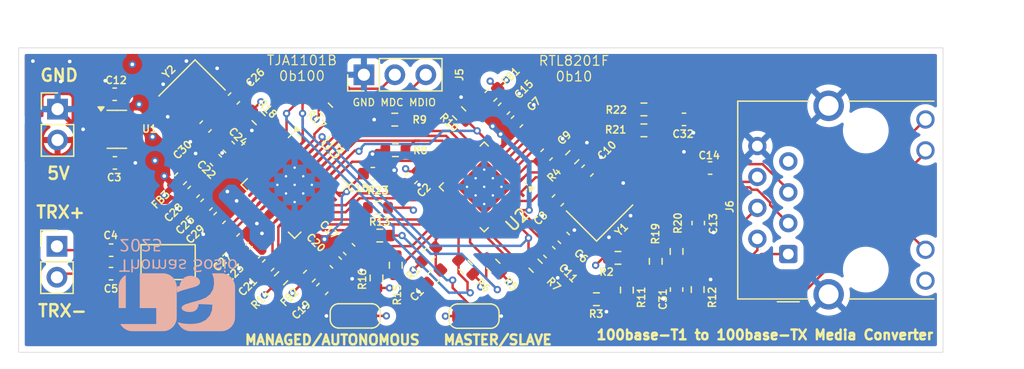
<source format=kicad_pcb>
(kicad_pcb (version 20241229) (generator "pcbnew") (generator_version "9.0")
  (layers (0 "F.Cu" signal) (4 "In1.Cu" signal) (6 "In2.Cu" signal) (2 "B.Cu" signal) (13 "F.Paste" user) (15 "B.Paste" user) (5 "F.SilkS" user "F.Silkscreen") (7 "B.SilkS" user "B.Silkscreen") (1 "F.Mask" user) (3 "B.Mask" user) (25 "Edge.Cuts" user))
  (net 0 "")
  (net 1 "GND")
  (net 2 "Net-(U2-PHYRSTB)")
  (net 3 "+3V3")
  (net 4 "+5V")
  (net 5 "Net-(C4-Pad2)")
  (net 6 "/TRX+")
  (net 7 "Net-(C5-Pad1)")
  (net 8 "/TRX-")
  (net 9 "VDDA")
  (net 10 "Net-(U2-CKXTAL1)")
  (net 11 "Net-(U2-AVDD10OUT)")
  (net 12 "Net-(U2-CKXTAL2)")
  (net 13 "Net-(U2-DVDD10OUT)")
  (net 14 "Net-(J6-TCT)")
  (net 15 "/TJA_VDDIO")
  (net 16 "Net-(U3-VDDD_1V8)")
  (net 17 "/TJA_VDDA_TX")
  (net 18 "Net-(U3-XO)")
  (net 19 "Net-(U3-XI)")
  (net 20 "/MDIO")
  (net 21 "/MDC")
  (net 22 "Net-(J6-Pad11)")
  (net 23 "/MDI0+")
  (net 24 "/RTL_LED0")
  (net 25 "Net-(J6-Pad10)")
  (net 26 "/MDI0-")
  (net 27 "/MDI1+")
  (net 28 "/MDI1-")
  (net 30 "Net-(JP1-C)")
  (net 31 "Net-(JP2-C)")
  (net 32 "/RTL_LED1")
  (net 33 "Net-(U2-RSET)")
  (net 34 "/RTL_RX_ER")
  (net 35 "/RTL_RXD3")
  (net 36 "/RTL_RXD1")
  (net 37 "/RTL_RXDV")
  (net 38 "/RTL_TXD2")
  (net 39 "Net-(U3-RXER{slash}CONFIG3{slash}TXCLK)")
  (net 40 "/RTL_TXD3")
  (net 41 "/RTL_TX_EN")
  (net 42 "Net-(U3-EN)")
  (net 43 "Net-(U3-~{RST})")
  (net 45 "/RTL_TXC")
  (net 47 "/RTL_RXD0")
  (net 48 "/RTL_TXD1")
  (net 49 "/RTL_RXC")
  (net 50 "/RTL_RXD2")
  (net 52 "/RTL_TXD0")
  (net 57 "Net-(C31-Pad2)")
  (net 58 "Net-(C32-Pad2)")
  (net 59 "/TRX_P")
  (net 60 "/TRX_N")
  (net 61 "Net-(J6-RCT)")
  (footprint "Capacitor_SMD:C_0603_1608Metric" (layer "F.Cu") (at 205.11 58.06 180)
    (property "Reference" "C18")
    (property "Value" "0.1uF")
  )
  (footprint "Package_TO_SOT_SMD:SOT-23-5" (layer "F.Cu") (at 184.1 54.415)
    (property "Reference" "U1")
    (property "Value" "RT9080-33GJ5")
  )
  (footprint "Capacitor_SMD:C_0603_1608Metric" (layer "F.Cu") (at 230.65 53.6 180)
    (property "Reference" "C32")
    (property "Value" "0.1uF")
  )
  (footprint "Resistor_SMD:R_0603_1608Metric" (layer "F.Cu") (at 212.73 65.73 -45)
    (property "Reference" "R5")
    (property "Value" "4.7k")
  )
  (footprint "Inductor_SMD:L_0603_1608Metric" (layer "F.Cu") (at 214.8 51.63 45)
    (property "Reference" "FB1")
    (property "Value" "BLM18PG121SN1D")
  )
  (footprint "Capacitor_SMD:C_0603_1608Metric" (layer "F.Cu") (at 231.82 62.12 90)
    (property "Reference" "C13")
    (property "Value" "0.1uF")
  )
  (footprint "Capacitor_SMD:C_0603_1608Metric" (layer "F.Cu") (at 220.78 63.34 -45)
    (property "Reference" "C6")
    (property "Value" "0.1uF")
  )
  (footprint "Capacitor_SMD:C_0603_1608Metric" (layer "F.Cu") (at 190.4 59.55 45)
    (property "Reference" "C28")
    (property "Value" "10uF")
  )
  (footprint "Capacitor_SMD:C_0603_1608Metric" (layer "F.Cu") (at 200.96 67.54 45)
    (property "Reference" "C19")
    (property "Value" "10uF")
  )
  (footprint "Package_DFN_QFN:QFN-36-1EP_6x6mm_P0.5mm_EP3.7x3.7mm_ThermalVias" (layer "F.Cu") (at 198.69 58.980517 -45)
    (property "Reference" "U3")
    (property "Value" "TJA1101B")
  )
  (footprint "Resistor_SMD:R_0603_1608Metric" (layer "F.Cu") (at 209.69 64.71 -135)
    (property "Reference" "R1")
    (property "Value" "4.7k")
  )
  (footprint "Capacitor_SMD:C_0603_1608Metric" (layer "F.Cu") (at 193.29 55.87 -45)
    (property "Reference" "C24")
    (property "Value" "0.1uF")
  )
  (footprint "Resistor_SMD:R_0603_1608Metric" (layer "F.Cu") (at 205.41 66.63 90)
    (property "Reference" "R16")
    (property "Value" "4.7k")
  )
  (footprint "Capacitor_SMD:C_0603_1608Metric" (layer "F.Cu") (at 183.92 51.535 180)
    (property "Reference" "C12")
    (property "Value" "10uF")
  )
  (footprint "Capacitor_SMD:C_0603_1608Metric" (layer "F.Cu") (at 210.11 66.53 -135)
    (property "Reference" "C1")
    (property "Value" "0.1uF")
  )
  (footprint "Resistor_SMD:R_0603_1608Metric" (layer "F.Cu") (at 205.68 63.15 180)
    (property "Reference" "R13")
    (property "Value" "4.7k")
  )
  (footprint "Capacitor_SMD:C_0603_1608Metric" (layer "F.Cu") (at 193.71 51.88 -135)
    (property "Reference" "C26")
    (property "Value" "18pF")
  )
  (footprint "Capacitor_SMD:C_0603_1608Metric" (layer "F.Cu") (at 195.46 64.52 45)
    (property "Reference" "C23")
    (property "Value" "0.1uF")
  )
  (footprint "Inductor_SMD:L_0603_1608Metric" (layer "F.Cu") (at 189.33 58.48 -135)
    (property "Reference" "FB3")
    (property "Value" "BLM18PG121SN1D")
  )
  (footprint "Resistor_SMD:R_0603_1608Metric" (layer "F.Cu") (at 221.48 56.71 -135)
    (property "Reference" "R4")
    (property "Value" "2K49")
  )
  (footprint "Connector_PinHeader_2.54mm:PinHeader_1x02_P2.54mm_Vertical" (layer "F.Cu") (at 179.18 64.035)
    (property "Reference" "J2" (hide yes))
    (property "Value" "Conn_01x02")
  )
  (footprint "Capacitor_SMD:C_0603_1608Metric" (layer "F.Cu") (at 216.94 53.78 45)
    (property "Reference" "C7")
    (property "Value" "0.1uF")
  )
  (footprint "Capacitor_SMD:C_0603_1608Metric" (layer "F.Cu") (at 196.52 65.59 -135)
    (property "Reference" "C21")
    (property "Value" "0.1uF")
  )
  (footprint "Resistor_SMD:R_0603_1608Metric" (layer "F.Cu") (at 230.04 64.455 90)
    (property "Reference" "R20")
    (property "Value" "49.9")
  )
  (footprint "Resistor_SMD:R_0603_1608Metric" (layer "F.Cu") (at 206.99 65.585 90)
    (property "Reference" "R15")
    (property "Value" "4.7k")
  )
  (footprint "Connector_PinHeader_2.54mm:PinHeader_1x03_P2.54mm_Vertical" (layer "F.Cu") (at 204.375 49.93 90)
    (property "Reference" "J5")
    (property "Value" "Conn_01x03")
  )
  (footprint "Capacitor_SMD:C_0603_1608Metric" (layer "F.Cu") (at 183.63 64.35)
    (property "Reference" "C4")
    (property "Value" "0.1uF")
  )
  (footprint "Connector_RJ:RJ45_Hanrun_HR911105A_Horizontal" (layer "F.Cu") (at 239.21 64.67 90)
    (property "Reference" "J6")
    (property "Value" "RJ45_Hanrun_HR911105A_Horizontal")
  )
  (footprint "Resistor_SMD:R_0603_1608Metric" (layer "F.Cu") (at 212.19 53.1 -45)
    (property "Reference" "R10")
    (property "Value" "4.7k")
  )
  (footprint "Resistor_SMD:R_0603_1608Metric" (layer "F.Cu") (at 201.26 52.8 135)
    (property "Reference" "R17")
    (property "Value" "10k")
  )
  (footprint "Crystal:Crystal_SMD_SeikoEpson_FA238V-4Pin_3.2x2.5mm" (layer "F.Cu") (at 190.27 51.43 -135)
    (property "Reference" "Y2")
    (property "Value" "403C35D25M00000")
  )
  (footprint "Capacitor_SMD:C_0603_1608Metric" (layer "F.Cu") (at 183.62 66.28 180)
    (property "Reference" "C5")
    (property "Value" "0.1uF")
  )
  (footprint "Resistor_SMD:R_0603_1608Metric" (layer "F.Cu") (at 231.77 67.585 -90)
    (property "Reference" "R12")
    (property "Value" "510")
  )
  (footprint "Capacitor_SMD:C_0603_1608Metric" (layer "F.Cu") (at 203.16 64.27 135)
    (property "Reference" "C17")
    (property "Value" "0.1uF")
  )
  (footprint "Capacitor_SMD:C_0603_1608Metric" (layer "F.Cu") (at 208.29 58.42 -135)
    (property "Reference" "C2")
    (property "Value" "0.1uF")
  )
  (footprint "Capacitor_SMD:C_0603_1608Metric" (layer "F.Cu") (at 191.46 60.61 45)
    (property "Reference" "C25")
    (property "Value" "10uF")
  )
  (footprint "Capacitor_SMD:C_0603_1608Metric" (layer "F.Cu") (at 232.795 57.6)
    (property "Reference" "C14")
    (property "Value" "0.1uF")
  )
  (footprint "Capacitor_SMD:C_0603_1608Metric" (layer "F.Cu") (at 230.04 67.585 90)
    (property "Reference" "C31")
    (property "Value" "0.1uF")
  )
  (footprint "Resistor_SMD:R_0603_1608Metric" (layer "F.Cu") (at 206.91 53.62)
    (property "Reference" "R9")
    (property "Value" "4.7k")
  )
  (footprint "Capacitor_SMD:C_0603_1608Metric" (layer "F.Cu") (at 219.37 56.5 45)
    (property "Reference" "C9")
    (property "Value" "0.1uF")
  )
  (footprint "Jumper:SolderJumper-3_P1.3mm_Open_RoundedPad1.0x1.5mm_NumberLabels" (layer "F.Cu") (at 203.66 69.75)
    (property "Reference" "JP2" (hide yes))
    (property "Value" "SolderJumper_3_Open")
  )
  (footprint "Resistor_SMD:R_0603_1608Metric" (layer "F.Cu") (at 225.23 64.98 180)
    (property "Reference" "R2")
    (property "Value" "4.7k")
  )
  (footprint "Crystal:Crystal_SMD_SeikoEpson_FA238V-4Pin_3.2x2.5mm" (layer "F.Cu") (at 223.72 60.88 45)
    (property "Reference" "Y1")
    (property "Value" "403C35D25M00000")
  )
  (footprint "Resistor_SMD:R_0603_1608Metric" (layer "F.Cu") (at 206.96 56.13)
    (property "Reference" "R8")
    (property "Value" "4.7k")
  )
  (footprint "Capacitor_SMD:C_0603_1608Metric" (layer "F.Cu") (at 215.88 52.72 -135)
    (property "Reference" "C15")
    (property "Value" "10uF")
  )
  (footprint "Resistor_SMD:R_0603_1608Metric" (layer "F.Cu") (at 205.53 60.86)
    (property "Reference" "R23")
    (property "Value" "4.7k")
  )
  (footprint "Resistor_SMD:R_0603_1608Metric" (layer "F.Cu") (at 197.58 66.66 45)
    (property "Reference" "R14")
    (property "Value" "4.7k")
  )
  (footprint "Capacitor_SMD:C_0603_1608Metric" (layer "F.Cu") (at 194.41 63.46 45)
    (property "Reference" "C27")
    (property "Value" "0.1uF")
  )
  (footprint "Capacitor_SMD:C_0603_1608Metric" (layer "F.Cu") (at 220.3 60.25 45)
    (property "Reference" "C8")
    (property "Value" "18pF")
  )
  (footprint "Capacitor_SMD:C_0603_1608Metric" (layer "F.Cu") (at 191.38 54.19 45)
    (property "Reference" "C30")
    (property "Value" "18pF")
  )
  (footprint "Capacitor_SMD:C_0603_1608Metric" (layer "F.Cu") (at 192.22 56.95 -45)
    (property "Reference" "C22")
    (property "Value" "0.1uF")
  )
  (footprint "Jumper:SolderJumper-3_P1.3mm_Open_RoundedPad1.0x1.5mm_NumberLabels" (layer "F.Cu") (at 213.42 69.77 180)
    (property "Reference" "JP1" (hide yes))
    (property "Value" "SolderJumper_3_Open")
  )
  (footprint "Resistor_SMD:R_0603_1608Metric" (layer "F.Cu") (at 227.36 52.78 180)
    (property "Reference" "R22")
    (property "Value" "49.9")
  )
  (footprint "Resistor_SMD:R_0603_1608Metric" (layer "F.Cu") (at 218.47 65.63 135)
    (property "Reference" "R7")
    (property "Value" "4.7k")
  )
  (footprint "Package_DFN_QFN:QFN-32-1EP_5x5mm_P0.5mm_EP3.3x3.3mm_ThermalVias" (layer "F.Cu") (at 214.252183 59.142183 -135)
    (property "Reference" "U2")
    (property "Value" "RTL8201F")
  )
  (footprint "Thomas:ACT1210L" (layer "F.Cu") (at 188.28 65.33 90)
    (property "Reference" "FL1")
    (property "Value" "ACT1210L-201-2P-TL00")
  )
  (footprint "Capacitor_SMD:C_0603_1608Metric" (layer "F.Cu") (at 222.728008 57.811992 -135)
    (property "Reference" "C10")
    (property "Value" "18pF")
  )
  (footprint "Resistor_SMD:R_0603_1608Metric" (layer "F.Cu") (at 215 65.63 135)
    (property "Reference" "R6")
    (property "Value" "4.7k")
  )
  (footprint "Capacitor_SMD:C_0603_1608Metric" (layer "F.Cu") (at 183.94 57.175)
    (property "Reference" "C3")
    (property "Value" "10uF")
  )
  (footprint "Resistor_SMD:R_0603_1608Metric" (layer "F.Cu") (at 195.74 53.5 135)
    (property "Reference" "R18")
    (property "Value" "10k")
  )
  (footprint "Inductor_SMD:L_0603_1608Metric" (layer "F.Cu") (at 199.9 66.48 -135)
    (property "Reference" "FB2")
    (property "Value" "BLM18PG121SN1D")
  )
  (footprint "Capacitor_SMD:C_0603_1608Metric" (layer "F.Cu") (at 219.6 64.51 135)
    (property "Reference" "C11")
    (property "Value" "0.1uF")
  )
  (footprint "Resistor_SMD:R_0603_1608Metric" (layer "F.Cu") (at 228.33 65.265 90)
    (property "Reference" "R19")
    (property "Value" "49.9")
  )
  (footprint "Connector_PinHeader_2.54mm:PinHeader_1x02_P2.54mm_Vertical" (layer "F.Cu") (at 179.23 52.755)
    (property "Reference" "J1" (hide yes))
    (property "Value" "Conn_01x02")
  )
  (footprint "Capacitor_SMD:C_0603_1608Metric" (layer "F.Cu") (at 192.53 61.7 45)
    (property "Reference" "C29")
    (property "Value" "0.1uF")
  )
  (footprint "Resistor_SMD:R_0603_1608Metric" (layer "F.Cu") (at 227.36 54.5 180)
    (property "Reference" "R21")
    (property "Value" "49.9")
  )
  (footprint "Resistor_SMD:R_0603_1608Metric" (layer "F.Cu") (at 225.96 67.63 90)
    (property "Reference" "R11")
    (property "Value" "510")
  )
  (footprint "Resistor_SMD:R_0603_1608Metric" (layer "F.Cu") (at 223.46 68.38)
    (property "Reference" "R3")
    (property "Value" "4.7k")
  )
  (footprint "Capacitor_SMD:C_0603_1608Metric" (layer "F.Cu") (at 202.07 65.36 135)
    (property "Reference" "C20")
    (property "Value" "10uF")
  )
  (footprint "Thomas:LOGO_THOMAS_6X12" (layer "B.Cu") (at 189.05 68.61)
    (property "Reference" "G***" (hide yes))
    (property "Value" "LOGO" (hide yes))
  )
  (gr_rect (start 176.04 47.72) (end 251.91 72.74) (stroke (width 0.05)) (fill no) (layer "Edge.Cuts"))
  (gr_text "TJA1101B\n0b100" (at 199.29 50.5 0) (layer "F.SilkS") (effects (font (size 0.8 0.8) (thickness 0.1)) (justify bottom)))
  (gr_text "GND" (at 177.71 50.56 0) (layer "F.SilkS") (effects (font (size 1 1) (thickness 0.2) (bold yes)) (justify left bottom)))
  (gr_text "TRX-" (at 177.52 69.92 0) (layer "F.SilkS") (effects (font (size 1 1) (thickness 0.2) (bold yes)) (justify left bottom)))
  (gr_text "MANAGED/AUTONOMOUS" (at 194.51 72.19 0) (layer "F.SilkS") (effects (font (size 0.8 0.8) (thickness 0.2) (bold yes)) (justify left bottom)))
  (gr_text "100base-T1 to 100base-TX Media Converter" (at 223.37 71.78 0) (layer "F.SilkS") (effects (font (size 0.8 0.8) (thickness 0.2) (bold yes)) (justify left bottom)))
  (gr_text "RTL8201F\n0b10" (at 221.62 50.54 0) (layer "F.SilkS") (effects (font (size 0.8 0.8) (thickness 0.1)) (justify bottom)))
  (gr_text "TRX+" (at 177.37 61.81 0) (layer "F.SilkS") (effects (font (size 1 1) (thickness 0.2) (bold yes)) (justify left bottom)))
  (gr_text "5V" (at 178.27 58.62 0) (layer "F.SilkS") (effects (font (size 1 1) (thickness 0.2) (bold yes)) (justify left bottom)))
  (gr_text "GND MDC MDIO" (at 206.87 52.56 0) (layer "F.SilkS") (effects (font (size 0.6 0.6) (thickness 0.1)) (justify bottom)))
  (gr_text "MASTER/SLAVE" (at 210.81 72.19 0) (layer "F.SilkS") (effects (font (size 0.8 0.8) (thickness 0.2) (bold yes)) (justify left bottom)))
  (segment (start 222.903984 63.95) (end 223.83 63.95) (width 0.4) (layer "F.Cu") (net 1))
  (segment (start 230.04 68.36) (end 228.98 68.36) (width 0.2) (layer "F.Cu") (net 1))
  (segment (start 209.561992 67.078008) (end 208.88 67.76) (width 0.2) (layer "F.Cu") (net 1))
  (segment (start 224.163984 57.263984) (end 223.276016 57.263984) (width 0.4) (layer "F.Cu") (net 1))
  (segment (start 187.45 51.16) (end 187.9 50.71) (width 0.4) (layer "F.Cu") (net 1))
  (segment (start 200.411992 68.088008) (end 199.45 69.05) (width 0.2) (layer "F.Cu") (net 1))
  (segment (start 206.135 56.13) (end 205.4 56.13) (width 0.2) (layer "F.Cu") (net 1))
  (segment (start 219.751992 60.798008) (end 221.651992 62.698008) (width 0.4) (layer "F.Cu") (net 1))
  (segment (start 201.757076 59.926272) (end 200.811321 58.980517) (width 0.2) (layer "F.Cu") (net 1))
  (segment (start 206.085 53.62) (end 205.22 53.62) (width 0.2) (layer "F.Cu") (net 1))
  (segment (start 189.628008 54.738008) (end 188.275 53.385) (width 0.4) (layer "F.Cu") (net 1))
  (segment (start 195.971992 66.138008) (end 195.095 67.015) (width 0.2) (layer "F.Cu") (net 1))
  (segment (start 179.23 52.755) (end 180.89 54.415) (width 0.4) (layer "F.Cu") (net 1))
  (segment (start 226.815 60.965) (end 226.815 59.915) (width 0.4) (layer "F.Cu") (net 1))
  (segment (start 190.831992 54.738008) (end 189.628008 54.738008) (width 0.4) (layer "F.Cu") (net 1))
  (segment (start 195.18 54.76341) (end 195.18 54.51) (width 0.2) (layer "F.Cu") (net 1))
  (segment (start 221.328008 63.888008) (end 222.22 64.78) (width 0.2) (layer "F.Cu") (net 1))
  (segment (start 232.02 57.6) (end 231.98 57.6) (width 0.2) (layer "F.Cu") (net 1))
  (segment (start 193.861992 64.008008) (end 193.115 64.755) (width 0.2) (layer "F.Cu") (net 1))
  (segment (start 205.885 58.06) (end 206.58 58.06) (width 0.2) (layer "F.Cu") (net 1))
  (segment (start 194.258008 51.331992) (end 195.01 50.58) (width 0.2) (layer "F.Cu") (net 1))
  (segment (start 219.053363 66.213363) (end 219.873363 66.213363) (width 0.2) (layer "F.Cu") (net 1))
  (segment (start 211.606637 52.516637) (end 212.353274 51.77) (width 0.2) (layer "F.Cu") (net 1))
  (segment (start 223.276016 57.263984) (end 223.83 56.71) (width 0.2) (layer "F.Cu") (net 1))
  (segment (start 231.82 62.895) (end 233.075 62.895) (width 0.2) (layer "F.Cu") (net 1))
  (segment (start 191.347016 48.421) (end 192.328008 49.401992) (width 0.4) (layer "F.Cu") (net 1))
  (segment (start 196.966427 56.549837) (end 195.18 54.76341) (width 0.2) (layer "F.Cu") (net 1))
  (segment (start 194.911992 65.068008) (end 194.12 65.86) (width 0.2) (layer "F.Cu") (net 1))
  (segment (start 188.74972 51.606777) (end 188.74972 52.91028) (width 0.4) (layer "F.Cu") (net 1))
  (segment (start 187.45 52.56) (end 187.45 51.16) (width 0.4) (layer "F.Cu") (net 1))
  (segment (start 203.708008 64.818008) (end 203.708008 65.548008) (width 0.2) (layer "F.Cu") (net 1))
  (segment (start 191.981992 62.248008) (end 191.19 63.04) (width 0.2) (layer "F.Cu") (net 1))
  (segment (start 191.79028 49.93972) (end 192.328008 49.401992) (width 0.4) (layer "F.Cu") (net 1))
  (segment (start 183.145 50.42) (end 183.145 50.315) (width 0.2) (layer "F.Cu") (net 1))
  (segment (start 190.831992 54.738008) (end 190.13 55.44) (width 0.2) (layer "F.Cu") (net 1))
  (segment (start 221.651992 62.698008) (end 221.651992 61.604505) (width 0.4) (layer "F.Cu") (net 1))
  (segment (start 219.873363 66.213363) (end 220.28 66.62) (width 0.2) (layer "F.Cu") (net 1))
  (segment (start 223.83 63.95) (end 224.49 63.29) (width 0.4) (layer "F.Cu") (net 1))
  (segment (start 214.72 69.77) (end 215.65 69.77) (width 0.2) (layer "F.Cu") (net 1))
  (segment (start 189.851992 60.098008) (end 189.015 60.935) (width 0.2) (layer "F.Cu") (net 1))
  (segment (start 226.265 61.515) (end 226.815 60.965) (width 0.4) (layer "F.Cu") (net 1))
  (segment (start 219.918008 55.951992) (end 220.68 55.19) (width 0.2) (layer "F.Cu") (net 1))
  (segment (start 188.74972 52.91028) (end 188.275 53.385) (width 0.4) (layer "F.Cu") (net 1))
  (segment (start 222.063363 56.126637) (end 222.68 55.51) (width 0.2) (layer "F.Cu") (net 1))
  (segment (start 184.715 57.175) (end 185.615 57.175) (width 0.2) (layer "F.Cu") (net 1))
  (segment (start 207.741992 58.968008) (end 208.898008 58.968008) (width 0.2) (layer "F.Cu") (net 1))
  (segment (start 231.77 66.76) (end 232.83 66.76) (width 0.2) (layer "F.Cu") (net 1))
  (segment (start 190.189 48.421) (end 191.347016 48.421) (width 0.4) (layer "F.Cu") (net 1))
  (segment (start 188.275 53.385) (end 187.45 52.56) (width 0.4) (layer "F.Cu") (net 1))
  (segment (start 192.741992 55.321992) (end 192.741992 56.358008) (width 0.2) (layer "F.Cu") (net 1))
  (segment (start 180.89 54.415) (end 181.33 54.415) (width 0.4) (layer "F.Cu") (net 1))
  (segment (start 187.9 50.71) (end 189.805 48.805) (width 0.4) (layer "F.Cu") (net 1))
  (segment (start 191.79028 51.253223) (end 191.79028 49.93972) (width 0.4) (layer "F.Cu") (net 1))
  (segment (start 181.33 54.415) (end 182.9625 54.415) (width 0.4) (layer "F.Cu") (net 1))
  (segment (start 197.037138 56.620548) (end 198.69 58.27341) (width 0.2) (layer "F.Cu") (net 1))
  (segment (start 231.425 53.6) (end 231.425 54.7) (width 0.2) (layer "F.Cu") (net 1))
  (segment (start 206.58 58.06) (end 206.86 57.78) (width 0.2) (layer "F.Cu") (net 1))
  (segment (start 202.618008 65.908008) (end 203.41 66.7) (width 0.2) (layer "F.Cu") (net 1))
  (segment (start 225.66 60.283503) (end 225.24028 60.703223) (width 0.4) (layer "F.Cu") (net 1))
  (segment (start 183.145 51.535) (end 183.145 50.42) (width 0.2) (layer "F.Cu") (net 1))
  (segment (start 219.751992 60.798008) (end 219.01 61.54) (width 0.2) (layer "F.Cu") (net 1))
  (segment (start 224.49 63.29) (end 226.265 61.515) (width 0.4) (layer "F.Cu") (net 1))
  (segment (start 216.428008 52.171992) (end 217.12 51.48) (width 0.2) (layer "F.Cu") (net 1))
  (segment (start 217.488008 53.231992) (end 218.32 52.4) (width 0.2) (layer "F.Cu") (net 1))
  (segment (start 220.148008 65.058008) (end 220.97 65.88) (width 0.2) (layer "F.Cu") (net 1))
  (segment (start 192.328008 49.401992) (end 194.258008 51.331992) (width 0.4) (layer "F.Cu") (net 1))
  (segment (start 202.36 69.75) (end 201.3 69.75) (width 0.2) (layer "F.Cu") (net 1))
  (segment (start 225.66 58.83) (end 225.66 60.283503) (width 0.4) (layer "F.Cu") (net 1))
  (segment (start 221.651992 61.604505) (end 222.19972 61.056777) (width 0.4) (layer "F.Cu") (net 1))
  (segment (start 189.805 48.805) (end 190.189 48.421) (width 0.4) (layer "F.Cu") (net 1))
  (segment (start 203.708008 65.548008) (end 204.15 65.99) (width 0.2) (layer "F.Cu") (net 1))
  (segment (start 231.98 57.6) (end 230.645 56.265) (width 0.2) (layer "F.Cu") (net 1))
  (segment (start 205.4 56.13) (end 205.08 56.45) (width 0.2) (layer "F.Cu") (net 1))
  (segment (start 224.163984 57.263984) (end 226.815 59.915) (width 0.4) (layer "F.Cu") (net 1))
  (segment (start 224.285 68.38) (end 224.285 69.405) (width 0.2) (layer "F.Cu") (net 1))
  (segment (start 190.911992 61.158008) (end 190.065 62.005) (width 0.2) (layer "F.Cu") (net 1))
  (segment (start 221.651992 62.698008) (end 222.903984 63.95) (width 0.4) (layer "F.Cu") (net 1))
  (segment (start 191.671992 56.401992) (end 190.561992 56.401992) (width 0.2) (layer "F.Cu") (net 1))
  (via (at 222.22 64.78) (size 0.6) (drill 0.3) (layers "F.Cu" "B.Cu") (net 1))
  (via (at 191.19 63.04) (size 0.6) (drill 0.3) (layers "F.Cu" "B.Cu") (net 1))
  (via (at 223.83 56.71) (size 0.6) (drill 0.3) (layers "F.Cu" "B.Cu") (net 1))
  (via (at 195.18 54.51) (size 0.6) (drill 0.3) (layers "F.Cu" "B.Cu") (net 1))
  (via (at 192.328008 49.401992) (size 0.6) (drill 0.3) (layers "F.Cu" "B.Cu") (net 1))
  (via (at 177.21 48.81) (size 0.6) (drill 0.3) (layers "F.Cu" "B.Cu") (net 1))
  (via (at 189.015 60.935) (size 0.6) (drill 0.3) (layers "F.Cu" "B.Cu") (net 1))
  (via (at 192.741992 56.358008) (size 0.6) (drill 0.3) (layers "F.Cu" "B.Cu") (net 1))
  (via (at 188.275 53.385) (size 0.6) (drill 0.3) (layers "F.Cu" "B.Cu") (net 1))
  (via (at 195.095 67.015) (size 0.6) (drill 0.3) (layers "F.Cu" "B.Cu") (net 1))
  (via (at 233.075 62.895) (size 0.6) (drill 0.3) (layers "F.Cu" "B.Cu") (net 1))
  (via (at 180.23 48.84) (size 0.6) (drill 0.3) (layers "F.Cu" "B.Cu") (net 1))
  (via (at 232.83 66.76) (size 0.6) (drill 0.3) (layers "F.Cu" "B.Cu") (net 1))
  (via (at 225.66 58.83) (size 0.6) (drill 0.3) (layers "F.Cu" "B.Cu") (net 1))
  (via (at 220.97 65.88) (size 0.6) (drill 0.3) (layers "F.Cu" "B.Cu") (net 1))
  (via (at 193.115 64.755) (size 0.6) (drill 0.3) (layers "F.Cu" "B.Cu") (net 1))
  (via (at 206.86 57.78) (size 0.6) (drill 0.3) (layers "F.Cu" "B.Cu") (net 1))
  (via (at 218.32 52.4) (size 0.6) (drill 0.3) (layers "F.Cu" "B.Cu") (net 1))
  (via (at 204.15 65.99) (size 0.6) (drill 0.3) (layers "F.Cu" "B.Cu") (net 1))
  (via (at 183.145 50.42) (size 0.6) (drill 0.3) (layers "F.Cu" "B.Cu") (net 1))
  (via (at 181.33 54.415) (size 0.6) (drill 0.3) (layers "F.Cu" "B.Cu") (net 1))
  (via (at 190.065 62.005) (size 0.6) (drill 0.3) (layers "F.Cu" "B.Cu") (net 1))
  (via (at 215.65 69.77) (size 0.6) (drill 0.3) (layers "F.Cu" "B.Cu") (net 1))
  (via (at 194.12 65.86) (size 0.6) (drill 0.3) (layers "F.Cu" "B.Cu") (net 1))
  (via (at 221.651992 62.698008) (size 0.6) (drill 0.3) (layers "F.Cu" "B.Cu") (net 1))
  (via (at 226.265 61.515) (size 0.6) (drill 0.3) (layers "F.Cu" "B.Cu") (net 1))
  (via (at 212.353274 51.77) (size 0.6) (drill 0.3) (layers "F.Cu" "B.Cu") (net 1))
  (via (at 231.425 54.7) (size 0.6) (drill 0.3) (layers "F.Cu" "B.Cu") (net 1))
  (via (at 195.01 50.58) (size 0.6) (drill 0.3) (layers "F.Cu" "B.Cu") (net 1))
  (via (at 224.285 69.405) (size 0.6) (drill 0.3) (layers "F.Cu" "B.Cu") (net 1))
  (via (at 190.13 55.44) (size 0.6) (drill 0.3) (layers "F.Cu" "B.Cu") (net 1))
  (via (at 208.88 67.76) (size 0.6) (drill 0.3) (layers "F.Cu" "B.Cu") (net 1))
  (via (at 219.01 61.54) (size 0.6) (drill 0.3) (layers "F.Cu" "B.Cu") (net 1))
  (via (at 208.898008 58.968008) (size 0.6) (drill 0.3) (layers "F.Cu" "B.Cu") (net 1))
  (via (at 201.3 69.75) (size 0.6) (drill 0.3) (layers "F.Cu" "B.Cu") (net 1))
  (via (at 205.22 53.62) (size 0.6) (drill 0.3) (layers "F.Cu" "B.Cu") (net 1))
  (via (at 185.615 57.175) (size 0.6) (drill 0.3) (layers "F.Cu" "B.Cu") (net 1))
  (via (at 190.561992 56.401992) (size 0.6) (drill 0.3) (layers "F.Cu" "B.Cu") (net 1))
  (via (at 220.68 55.19) (size 0.6) (drill 0.3) (layers "F.Cu" "B.Cu") (net 1))
  (via (at 199.45 69.05) (size 0.6) (drill 0.3) (layers "F.Cu" "B.Cu") (net 1))
  (via (at 179.49 50.49) (size 0.6) (drill 0.3) (layers "F.Cu" "B.Cu") (net 1))
  (via (at 189.805 48.805) (size 0.6) (drill 0.3) (layers "F.Cu" "B.Cu") (net 1))
  (via (at 230.645 56.265) (size 0.6) (drill 0.3) (layers "F.Cu" "B.Cu") (net 1))
  (via (at 203.41 66.7) (size 0.6) (drill 0.3) (layers "F.Cu" "B.Cu") (net 1))
  (via (at 187.9 50.71) (size 0.6) (drill 0.3) (layers "F.Cu" "B.Cu") (net 1))
  (via (at 224.49 63.29) (size 0.6) (drill 0.3) (layers "F.Cu" "B.Cu") (net 1))
  (via (at 217.12 51.48) (size 0.6) (drill 0.3) (layers "F.Cu" "B.Cu") (net 1))
  (via (at 228.98 68.36) (size 0.6) (drill 0.3) (layers "F.Cu" "B.Cu") (net 1))
  (via (at 220.28 66.62) (size 0.6) (drill 0.3) (layers "F.Cu" "B.Cu") (net 1))
  (via (at 222.68 55.51) (size 0.6) (drill 0.3) (layers "F.Cu" "B.Cu") (net 1))
  (via (at 205.08 56.45) (size 0.6) (drill 0.3) (layers "F.Cu" "B.Cu") (net 1))
  (segment (start 210.273363 65.597347) (end 210.658008 65.981992) (width 0.2) (layer "F.Cu") (net 2))
  (segment (start 210.273363 64.126637) (end 210.273363 65.597347) (width 0.2) (layer "F.Cu") (net 2))
  (segment (start 212.705387 61.042532) (end 210.273363 63.474556) (width 0.2) (layer "F.Cu") (net 2))
  (segment (start 210.273363 63.474556) (end 210.273363 64.126637) (width 0.2) (layer "F.Cu") (net 2))
  (segment (start 209.13 57.58) (end 208.838008 57.871992) (width 0.2) (layer "F.Cu") (net 3))
  (segment (start 195.156637 52.916637) (end 195.92 52.153274) (width 0.2) (layer "F.Cu") (net 3))
  (segment (start 224.405 64.98) (end 224.01 64.98) (width 0.2) (layer "F.Cu") (net 3))
  (segment (start 188.773153 59.036847) (end 187.98 59.83) (width 0.2) (layer "F.Cu") (net 3))
  (segment (start 215.356847 51.073153) (end 214.74 50.456306) (width 0.2) (layer "F.Cu") (net 3))
  (segment (start 205.41 67.455) (end 206.48 67.455) (width 0.2) (layer "F.Cu") (net 3))
  (segment (start 212.12 69.77) (end 211.07 69.77) (width 0.2) (layer "F.Cu") (net 3))
  (segment (start 196.996637 67.243363) (end 196.21 68.03) (width 0.2) (layer "F.Cu") (net 3))
  (segment (start 215.583363 66.213363) (end 216.3 66.93) (width 0.2) (layer "F.Cu") (net 3))
  (segment (start 206.355 60.86) (end 208.24 60.86) (width 0.2) (layer "F.Cu") (net 3))
  (segment (start 188.773153 59.036847) (end 187.99 58.253694) (width 0.2) (layer "F.Cu") (net 3))
  (segment (start 200.676637 52.216637) (end 200.676637 53.343363) (width 0.2) (layer "F.Cu") (net 3))
  (segment (start 209.106637 65.293363) (end 208.42 65.98) (width 0.2) (layer "F.Cu") (net 3))
  (segment (start 211.99828 57.94894) (end 211.62934 57.58) (width 0.2) (layer "F.Cu") (net 3))
  (segment (start 215.356847 51.073153) (end 216.07 50.36) (width 0.2) (layer "F.Cu") (net 3))
  (segment (start 213.313363 66.313363) (end 213.96 66.96) (width 0.2) (layer "F.Cu") (net 3))
  (segment (start 208.838008 57.871992) (end 208.011992 57.871992) (width 0.2) (layer "F.Cu") (net 3))
  (segment (start 200.676637 53.343363) (end 200.44 53.58) (width 0.2) (layer "F.Cu") (net 3))
  (segment (start 213.96 66.96) (end 213.96 67.37) (width 0.2) (layer "F.Cu") (net 3))
  (segment (start 204.96 69.75) (end 206.22 69.75) (width 0.2) (layer "F.Cu") (net 3))
  (segment (start 224.01 64.98) (end 223.395 65.595) (width 0.2) (layer "F.Cu") (net 3))
  (segment (start 208.24 60.86) (end 208.44 61.06) (width 0.2) (layer "F.Cu") (net 3))
  (segment (start 208.011992 57.871992) (end 207.8 57.66) (width 0.2) (layer "F.Cu") (net 3))
  (segment (start 199.343153 67.036847) (end 198.49 67.89) (width 0.2) (layer "F.Cu") (net 3))
  (segment (start 211.62934 57.58) (end 209.13 57.58) (width 0.2) (layer "F.Cu") (net 3))
  (via (at 207.8 57.66) (size 0.6) (drill 0.3) (layers "F.Cu" "B.Cu") (net 3))
  (via (at 208.44 61.06) (size 0.6) (drill 0.3) (layers "F.Cu" "B.Cu") (net 3))
  (via (at 185.92 52.36) (size 0.6) (drill 0.3) (layers "F.Cu" "B.Cu") (net 3))
  (via (at 208.42 65.98) (size 0.6) (drill 0.3) (layers "F.Cu" "B.Cu") (net 3))
  (via (at 185.37 49.08) (size 0.6) (drill 0.3) (layers "F.Cu" "B.Cu") (net 3))
  (via (at 187.03 55.03) (size 0.6) (drill 0.3) (layers "F.Cu" "B.Cu") (net 3))
  (via (at 213.96 67.37) (size 0.6) (drill 0.3) (layers "F.Cu" "B.Cu") (net 3))
  (via (at 206.48 67.455) (size 0.6) (drill 0.3) (layers "F.Cu" "B.Cu") (net 3))
  (via (at 187.99 58.253694) (size 0.6) (drill 0.3) (layers "F.Cu" "B.Cu") (net 3))
  (via (at 200.44 53.58) (size 0.6) (drill 0.3) (layers "F.Cu" "B.Cu") (net 3))
  (via (at 211.07 69.77) (size 0.6) (drill 0.3) (layers "F.Cu" "B.Cu") (net 3))
  (via (at 223.395 65.595) (size 0.6) (drill 0.3) (layers "F.Cu" "B.Cu") (net 3))
  (via (at 187.98 59.83) (size 0.6) (drill 0.3) (layers "F.Cu" "B.Cu") (net 3))
  (via (at 187.23 56.99) (size 0.6) (drill 0.3) (layers "F.Cu" "B.Cu") (net 3))
  (via (at 206.22 69.75) (size 0.6) (drill 0.3) (layers "F.Cu" "B.Cu") (net 3))
  (via (at 195.92 52.153274) (size 0.6) (drill 0.3) (layers "F.Cu" "B.Cu") (net 3))
  (via (at 214.74 50.456306) (size 0.6) (drill 0.3) (layers "F.Cu" "B.Cu") (net 3))
  (via (at 196.21 68.03) (size 0.6) (drill 0.3) (layers "F.Cu" "B.Cu") (net 3))
  (via (at 216.07 50.36) (size 0.6) (drill 0.3) (layers "F.Cu" "B.Cu") (net 3))
  (via (at 216.3 66.93) (size 0.6) (drill 0.3) (layers "F.Cu" "B.Cu") (net 3))
  (via (at 198.49 67.89) (size 0.6) (drill 0.3) (layers "F.Cu" "B.Cu") (net 3))
  (segment (start 182.9625 53.465) (end 183.458388 53.465) (width 0.4) (layer "F.Cu") (net 4))
  (segment (start 184.026 54.963999) (end 183.624999 55.365) (width 0.4) (layer "F.Cu") (net 4))
  (segment (start 179.23 55.295) (end 182.8925 55.295) (width 0.4) (layer "F.Cu") (net 4))
  (segment (start 183.624999 55.365) (end 182.9625 55.365) (width 0.4) (layer "F.Cu") (net 4))
  (segment (start 184.026 54.032612) (end 184.026 54.963999) (width 0.4) (layer "F.Cu") (net 4))
  (segment (start 183.458388 53.465) (end 184.026 54.032612) (width 0.4) (layer "F.Cu") (net 4))
  (segment (start 186.73 64.83) (end 184.885 64.83) (width 0.2) (layer "F.Cu") (net 5))
  (segment (start 184.885 64.83) (end 184.405 64.35) (width 0.2) (layer "F.Cu") (net 5))
  (segment (start 182.855 64.35) (end 179.495 64.35) (width 0.2) (layer "F.Cu") (net 6))
  (segment (start 184.845 65.83) (end 184.395 66.28) (width 0.2) (layer "F.Cu") (net 7))
  (segment (start 186.73 65.83) (end 184.845 65.83) (width 0.2) (layer "F.Cu") (net 7))
  (segment (start 182.845 66.28) (end 179.475 66.28) (width 0.2) (layer "F.Cu") (net 8))
  (segment (start 218.962652 62.791992) (end 220.231992 62.791992) (width 0.2) (layer "F.Cu") (net 9))
  (segment (start 217.19033 61.01967) (end 218.962652 62.791992) (width 0.2) (layer "F.Cu") (net 9))
  (segment (start 216.506086 60.335426) (end 217.19033 61.01967) (width 0.2) (layer "F.Cu") (net 9))
  (segment (start 215.091872 56.534727) (end 216.453153 55.173446) (width 0.2) (layer "F.Cu") (net 9))
  (segment (start 217.23033 61.05967) (end 217.94033 61.05967) (width 0.2) (layer "F.Cu") (net 9))
  (segment (start 216.453153 55.173446) (end 216.453153 54.376847) (width 0.2) (layer "F.Cu") (net 9))
  (segment (start 217.19033 61.01967) (end 217.23033 61.05967) (width 0.2) (layer "F.Cu") (net 9))
  (via (at 217.94033 61.05967) (size 0.6) (drill 0.3) (layers "F.Cu" "B.Cu") (net 9))
  (via (at 215.6 54.81) (size 0.6) (drill 0.3) (layers "F.Cu" "B.Cu") (net 9))
  (via (at 214.95 54.16) (size 0.6) (drill 0.3) (layers "F.Cu" "B.Cu") (net 9))
  (segment (start 215.6 54.81) (end 214.95 54.16) (width 0.4) (layer "B.Cu") (net 9))
  (segment (start 217.94033 61.05967) (end 217.94033 57.15033) (width 0.4) (layer "B.Cu") (net 9))
  (segment (start 217.94033 57.15033) (end 215.6 54.81) (width 0.4) (layer "B.Cu") (net 9))
  (segment (start 223.543223 62.40028) (end 223.543223 60.984652) (width 0.2) (layer "F.Cu") (net 10))
  (segment (start 223.543223 60.984652) (end 222.260563 59.701992) (width 0.2) (layer "F.Cu") (net 10))
  (segment (start 220.848008 59.701992) (end 218.760411 59.701992) (width 0.2) (layer "F.Cu") (net 10))
  (segment (start 222.260563 59.701992) (end 220.848008 59.701992) (width 0.2) (layer "F.Cu") (net 10))
  (segment (start 218.760411 59.701992) (end 218.16 60.302403) (width 0.2) (layer "F.Cu") (net 10))
  (segment (start 218.16 60.302403) (end 217.18017 60.302403) (width 0.2) (layer "F.Cu") (net 10))
  (segment (start 217.18017 60.302403) (end 216.859639 59.981872) (width 0.2) (layer "F.Cu") (net 10))
  (segment (start 216.859639 58.302494) (end 218.114125 57.048008) (width 0.2) (layer "F.Cu") (net 11))
  (segment (start 218.114125 57.048008) (end 218.821992 57.048008) (width 0.2) (layer "F.Cu") (net 11))
  (segment (start 218.481512 58.36) (end 222.18 58.36) (width 0.2) (layer "F.Cu") (net 12))
  (segment (start 217.213193 59.628319) (end 218.481512 58.36) (width 0.2) (layer "F.Cu") (net 12))
  (segment (start 222.897057 58.36) (end 223.896777 59.35972) (width 0.2) (layer "F.Cu") (net 12))
  (segment (start 222.18 58.36) (end 222.897057 58.36) (width 0.2) (layer "F.Cu") (net 12))
  (segment (start 216.152532 60.688979) (end 219.051992 63.588439) (width 0.2) (layer "F.Cu") (net 13))
  (segment (start 235.66 61.88) (end 236.67 60.87) (width 0.2) (layer "F.Cu") (net 14))
  (segment (start 232.355 61.88) (end 235.66 61.88) (width 0.2) (layer "F.Cu") (net 14))
  (segment (start 232.355 61.88) (end 231.82 61.345) (width 0.2) (layer "F.Cu") (net 14))
  (segment (start 202.84657 59.64343) (end 202.955 59.535) (width 0.2) (layer "F.Cu") (net 15))
  (segment (start 204.335 58.06) (end 202.955 59.44) (width 0.2) (layer "F.Cu") (net 15))
  (segment (start 201.521992 64.640936) (end 199.352913 62.471857) (width 0.2) (layer "F.Cu") (net 15))
  (segment (start 202.955 59.44) (end 202.955 59.535) (width 0.2) (layer "F.Cu") (net 15))
  (segment (start 202.955 59.535) (end 203.01 59.48) (width 0.2) (layer "F.Cu") (net 15))
  (segment (start 202.18134 59.64343) (end 202.84657 59.64343) (width 0.2) (layer "F.Cu") (net 15))
  (via (at 202.955 59.535) (size 0.6) (drill 0.3) (layers "F.Cu" "B.Cu") (net 15))
  (via (at 201.14 63.45) (size 0.6) (drill 0.3) (layers "F.Cu" "B.Cu") (net 15))
  (segment (start 202.565 59.925) (end 202.955 59.535) (width 0.2) (layer "B.Cu") (net 15))
  (segment (start 201.14 63.45) (end 202.565 62.025) (width 0.2) (layer "B.Cu") (net 15))
  (segment (start 202.565 62.025) (end 202.565 59.925) (width 0.2) (layer "B.Cu") (net 15))
  (segment (start 196.874292 62.210438) (end 196.874292 64.848276) (width 0.2) (layer "F.Cu") (net 16))
  (segment (start 196.874292 64.848276) (end 197.068008 65.041992) (width 0.2) (layer "F.Cu") (net 16))
  (segment (start 197.390691 61.694039) (end 196.874292 62.210438) (width 0.2) (layer "F.Cu") (net 16))
  (segment (start 196.969681 62.11505) (end 197.319981 61.76475) (width 0.2) (layer "F.Cu") (net 16))
  (segment (start 196.612874 61.057643) (end 195.590517 62.08) (width 0.2) (layer "F.Cu") (net 17))
  (segment (start 195.905767 57.610498) (end 194.713277 56.418008) (width 0.2) (layer "F.Cu") (net 17))
  (segment (start 196.008008 63.971992) (end 196.008008 62.97) (width 0.2) (layer "F.Cu") (net 17))
  (segment (start 189.886847 57.923153) (end 193.078008 61.114314) (width 0.2) (layer "F.Cu") (net 17))
  (segment (start 194.713277 56.418008) (end 193.838008 56.418008) (width 0.2) (layer "F.Cu") (net 17))
  (segment (start 193.587604 58.317604) (end 192.768008 57.498008) (width 0.2) (layer "F.Cu") (net 17))
  (segment (start 195.590517 62.16) (end 195.590517 62.279483) (width 0.2) (layer "F.Cu") (net 17))
  (segment (start 196.008008 62.97) (end 196.008008 62.369616) (width 0.2) (layer "F.Cu") (net 17))
  (segment (start 195.552214 59.996983) (end 195.249361 60.299836) (width 0.2) (layer "F.Cu") (net 17))
  (segment (start 195.239361 60.310639) (end 195.01 60.54) (width 0.2) (layer "F.Cu") (net 17))
  (segment (start 195.590517 62.08) (end 195.590517 62.16) (width 0.2) (layer "F.Cu") (net 17))
  (segment (start 196.008008 62.369616) (end 196.966427 61.411197) (width 0.2) (layer "F.Cu") (net 17))
  (segment (start 193.930164 60.299836) (end 193.078008 61.151992) (width 0.2) (layer "F.Cu") (net 17))
  (segment (start 195.19866 58.317604) (end 193.587604 58.317604) (width 0.2) (layer "F.Cu") (net 17))
  (segment (start 195.249361 60.299836) (end 195.249361 60.310639) (width 0.2) (layer "F.Cu") (net 17))
  (segment (start 195.590517 62.279483) (end 194.958008 62.911992) (width 0.2) (layer "F.Cu") (net 17))
  (segment (start 190.938008 59.001992) (end 192.441992 57.498008) (width 0.2) (layer "F.Cu") (net 17))
  (segment (start 195.249361 60.310639) (end 195.239361 60.310639) (width 0.2) (layer "F.Cu") (net 17))
  (via (at 196.008008 62.97) (size 0.6) (drill 0.3) (layers "F.Cu" "B.Cu") (net 17))
  (via (at 193.17 59.53) (size 0.6) (drill 0.3) (layers "F.Cu" "B.Cu") (net 17))
  (via (at 193.930164 60.299836) (size 0.6) (drill 0.3) (layers "F.Cu" "B.Cu") (net 17))
  (via (at 195.590517 62.16) (size 0.6) (drill 0.3) (layers "F.Cu" "B.Cu") (net 17))
  (segment (start 193.161992 53.452509) (end 196.612874 56.903391) (width 0.2) (layer "F.Cu") (net 18))
  (segment (start 191.867635 52.746206) (end 192.843794 52.746206) (width 0.2) (layer "F.Cu") (net 18))
  (segment (start 193.161992 52.428008) (end 193.161992 53.452509) (width 0.2) (layer "F.Cu") (net 18))
  (segment (start 192.843794 52.746206) (end 193.161992 52.428008) (width 0.2) (layer "F.Cu") (net 18))
  (segment (start 190.446777 49.90972) (end 190.446777 51.325348) (width 0.2) (layer "F.Cu") (net 18))
  (segment (start 190.446777 51.325348) (end 191.867635 52.746206) (width 0.2) (layer "F.Cu") (net 18))
  (segment (start 191.236296 52.95028) (end 191.928008 53.641992) (width 0.2) (layer "F.Cu") (net 19))
  (segment (start 192.644368 53.641992) (end 196.25932 57.256944) (width 0.2) (layer "F.Cu") (net 19))
  (segment (start 190.093223 52.95028) (end 191.236296 52.95028) (width 0.2) (layer "F.Cu") (net 19))
  (segment (start 191.928008 53.641992) (end 192.644368 53.641992) (width 0.2) (layer "F.Cu") (net 19))
  (segment (start 213.091963 63.721963) (end 214.416637 65.046637) (width 0.2) (layer "F.Cu") (net 20))
  (segment (start 213.412494 61.749639) (end 213.091963 62.07017) (width 0.2) (layer "F.Cu") (net 20))
  (segment (start 199.352913 53.122913) (end 199.34 53.11) (width 0.2) (layer "F.Cu") (net 20))
  (segment (start 214.416637 65.046637) (end 214.416637 66.676637) (width 0.2) (layer "F.Cu") (net 20))
  (segment (start 202.21 51.49) (end 207.895 51.49) (width 0.2) (layer "F.Cu") (net 20))
  (segment (start 213.091963 62.07017) (end 213.091963 63.721963) (width 0.2) (layer "F.Cu") (net 20))
  (segment (start 199.34 53.11) (end 199.34 52.34) (width 0.2) (layer "F.Cu") (net 20))
  (segment (start 199.352913 55.489177) (end 199.352913 53.122913) (width 0.2) (layer "F.Cu") (net 20))
  (segment (start 214.416637 66.676637) (end 215.33 67.59) (width 0.2) (layer "F.Cu") (net 20))
  (segment (start 207.895 51.49) (end 209.455 49.93) (width 0.2) (layer "F.Cu") (net 20))
  (segment (start 201.76 51.04) (end 202.21 51.49) (width 0.2) (layer "F.Cu") (net 20))
  (segment (start 200.64 51.04) (end 201.76 51.04) (width 0.2) (layer "F.Cu") (net 20))
  (segment (start 199.34 52.34) (end 200.64 51.04) (width 0.2) (layer "F.Cu") (net 20))
  (via (at 215.33 67.59) (size 0.6) (drill 0.3) (layers "F.Cu" "B.Cu") (net 20))
  (via (at 199.34 53.11) (size 0.6) (drill 0.3) (layers "F.Cu" "B.Cu") (net 20))
  (segment (start 199.34 54.279943) (end 199.34 53.11) (width 0.2) (layer "B.Cu") (net 20))
  (segment (start 209.859943 64.65) (end 200.840943 55.631) (width 0.2) (layer "B.Cu") (net 20))
  (segment (start 200.691057 55.631) (end 199.34 54.279943) (width 0.2) (layer "B.Cu") (net 20))
  (segment (start 212.39 64.65) (end 209.859943 64.65) (width 0.2) (layer "B.Cu") (net 20))
  (segment (start 200.840943 55.631) (end 200.691057 55.631) (width 0.2) (layer "B.Cu") (net 20))
  (segment (start 215.33 67.59) (end 212.39 64.65) (width 0.2) (layer "B.Cu") (net 20))
  (segment (start 198.027087 53.085813) (end 200.4739 50.639) (width 0.2) (layer "F.Cu") (net 21))
  (segment (start 212.146637 65.146637) (end 212.146637 66.246637) (width 0.2) (layer "F.Cu") (net 21))
  (segment (start 205.764 51.081) (end 206.915 49.93) (width 0.2) (layer "F.Cu") (net 21))
  (segment (start 200.4739 50.639) (end 202.782 50.639) (width 0.2) (layer "F.Cu") (net 21))
  (segment (start 212.146637 66.246637) (end 212.885 66.985) (width 0.2) (layer "F.Cu") (net 21))
  (segment (start 213.05894 61.396086) (end 212.954287 61.396086) (width 0.2) (layer "F.Cu") (net 21))
  (segment (start 203.224 51.081) (end 205.764 51.081) (width 0.2) (layer "F.Cu") (net 21))
  (segment (start 212.885 66.985) (end 212.885 67.635) (width 0.2) (layer "F.Cu") (net 21))
  (segment (start 198.027087 53.11) (end 198.027087 53.085813) (width 0.2) (layer "F.Cu") (net 21))
  (segment (start 212.146637 62.222199) (end 212.146637 65.146637) (width 0.2) (layer "F.Cu") (net 21))
  (segment (start 213.05894 61.396086) (end 212.97275 61.396086) (width 0.2) (layer "F.Cu") (net 21))
  (segment (start 202.782 50.639) (end 203.224 51.081) (width 0.2) (layer "F.Cu") (net 21))
  (segment (start 198.027087 55.489177) (end 198.027087 53.11) (width 0.2) (layer "F.Cu") (net 21))
  (segment (start 212.885 67.635) (end 213.1 67.85) (width 0.2) (layer "F.Cu") (net 21))
  (segment (start 212.97275 61.396086) (end 212.146637 62.222199) (width 0.2) (layer "F.Cu") (net 21))
  (via (at 213.1 67.85) (size 0.6) (drill 0.3) (layers "F.Cu" "B.Cu") (net 21))
  (via (at 198.027087 53.11) (size 0.6) (drill 0.3) (layers "F.Cu" "B.Cu") (net 21))
  (segment (start 211.350057 67.84) (end 206.81 63.299943) (width 0.2) (layer "B.Cu") (net 21))
  (segment (start 198.02 53.65) (end 198.02 53.1) (width 0.2) (layer "B.Cu") (net 21))
  (segment (start 213.09 67.84) (end 213.1 67.85) (width 0.2) (layer "B.Cu") (net 21))
  (segment (start 211.350057 67.84) (end 213.09 67.84) (width 0.2) (layer "B.Cu") (net 21))
  (segment (start 206.81 62.44) (end 198.02 53.65) (width 0.2) (layer "B.Cu") (net 21))
  (segment (start 206.81 63.299943) (end 206.81 62.44) (width 0.2) (layer "B.Cu") (net 21))
  (segment (start 231.77 68.41) (end 238.41 68.41) (width 0.2) (layer "F.Cu") (net 22))
  (segment (start 250.47 56.35) (end 238.41 68.41) (width 0.2) (layer "F.Cu") (net 22))
  (segment (start 236.988199 64.67) (end 239.21 64.67) (width 0.2) (layer "F.Cu") (net 23))
  (segment (start 229.364999 61.273197) (end 229.364999 63.115937) (width 0.2) (layer "F.Cu") (net 23))
  (segment (start 219.954672 54.465) (end 222.556802 54.465) (width 0.2) (layer "F.Cu") (net 23))
  (segment (start 232.391802 65.68) (end 235.978199 65.68) (width 0.2) (layer "F.Cu") (net 23))
  (segment (start 229.264 63.506) (end 228.33 64.44) (width 0.2) (layer "F.Cu") (net 23))
  (segment (start 229.364999 63.115937) (end 229.264 63.216936) (width 0.2) (layer "F.Cu") (net 23))
  (segment (start 229.264 63.216936) (end 229.264 63.506) (width 0.2) (layer "F.Cu") (net 23))
  (segment (start 216.506086 57.913586) (end 219.954672 54.465) (width 0.2) (layer "F.Cu") (net 23))
  (segment (start 235.978199 65.68) (end 236.988199 64.67) (width 0.2) (layer "F.Cu") (net 23))
  (segment (start 222.556802 54.465) (end 229.364999 61.273197) (width 0.2) (layer "F.Cu") (net 23))
  (segment (start 228.33 64.44) (end 231.151802 64.44) (width 0.2) (layer "F.Cu") (net 23))
  (segment (start 231.151802 64.44) (end 232.391802 65.68) (width 0.2) (layer "F.Cu") (net 23))
  (segment (start 238.499 67.561) (end 248.5325 57.5275) (width 0.2) (layer "F.Cu") (net 24))
  (segment (start 213.766047 62.590579) (end 219.555468 68.38) (width 0.2) (layer "F.Cu") (net 24))
  (segment (start 213.766047 62.103193) (end 213.766047 62.590579) (width 0.2) (layer "F.Cu") (net 24))
  (segment (start 223.454 67.561) (end 238.499 67.561) (width 0.2) (layer "F.Cu") (net 24))
  (segment (start 222.635 68.38) (end 223.454 67.561) (width 0.2) (layer "F.Cu") (net 24))
  (segment (start 248.5325 57.5275) (end 248.5325 55.5425) (width 0.2) (layer "F.Cu") (net 24))
  (segment (start 248.5325 55.5425) (end 250.47 53.605) (width 0.2) (layer "F.Cu") (net 24))
  (segment (start 219.555468 68.38) (end 222.635 68.38) (width 0.2) (layer "F.Cu") (net 24))
  (segment (start 245.001554 63.3) (end 249.455 63.3) (width 0.2) (layer "F.Cu") (net 25))
  (segment (start 225.96 68.455) (end 227.031 69.526) (width 0.2) (layer "F.Cu") (net 25))
  (segment (start 227.031 69.526) (end 238.775554 69.526) (width 0.2) (layer "F.Cu") (net 25))
  (segment (start 249.455 63.3) (end 250.47 64.315) (width 0.2) (layer "F.Cu") (net 25))
  (segment (start 238.775554 69.526) (end 245.001554 63.3) (width 0.2) (layer "F.Cu") (net 25))
  (segment (start 222.743198 54.015) (end 229.815001 61.086803) (width 0.2) (layer "F.Cu") (net 26))
  (segment (start 229.815001 61.086803) (end 229.815001 63.405001) (width 0.2) (layer "F.Cu") (net 26))
  (segment (start 236.67 64.351801) (end 236.67 63.41) (width 0.2) (layer "F.Cu") (net 26))
  (segment (start 230.04 63.63) (end 230.399999 63.989999) (width 0.2) (layer "F.Cu") (net 26))
  (segment (start 216.187887 57.595387) (end 219.768274 54.015) (width 0.2) (layer "F.Cu") (net 26))
  (segment (start 232.578197 65.229999) (end 235.791802 65.229999) (width 0.2) (layer "F.Cu") (net 26))
  (segment (start 231.338197 63.989999) (end 232.578197 65.229999) (width 0.2) (layer "F.Cu") (net 26))
  (segment (start 235.791802 65.229999) (end 236.67 64.351801) (width 0.2) (layer "F.Cu") (net 26))
  (segment (start 219.768274 54.015) (end 222.743198 54.015) (width 0.2) (layer "F.Cu") (net 26))
  (segment (start 230.399999 63.989999) (end 231.338197 63.989999) (width 0.2) (layer "F.Cu") (net 26))
  (segment (start 236.234661 59.381) (end 236.038662 59.185001) (width 0.2) (layer "F.Cu") (net 27))
  (segment (start 236.667339 59.381) (end 236.234661 59.381) (width 0.2) (layer "F.Cu") (net 27))
  (segment (start 215.798979 57.206479) (end 219.391458 53.614) (width 0.2) (layer "F.Cu") (net 27))
  (segment (start 224.936499 53.614) (end 225.822499 54.5) (width 0.2) (layer "F.Cu") (net 27))
  (segment (start 226.535 55.673198) (end 226.535 54.5) (width 0.2) (layer "F.Cu") (net 27))
  (segment (start 236.038662 59.185001) (end 230.046803 59.185001) (width 0.2) (layer "F.Cu") (net 27))
  (segment (start 225.822499 54.5) (end 226.535 54.5) (width 0.2) (layer "F.Cu") (net 27))
  (segment (start 237.721 60.434661) (end 236.667339 59.381) (width 0.2) (layer "F.Cu") (net 27))
  (segment (start 237.721 60.641) (end 237.721 60.434661) (width 0.2) (layer "F.Cu") (net 27))
  (segment (start 219.391458 53.614) (end 224.936499 53.614) (width 0.2) (layer "F.Cu") (net 27))
  (segment (start 239.21 62.13) (end 237.721 60.641) (width 0.2) (layer "F.Cu") (net 27))
  (segment (start 230.046803 59.185001) (end 226.535 55.673198) (width 0.2) (layer "F.Cu") (net 27))
  (segment (start 236.265001 58.734999) (end 230.233197 58.734999) (width 0.2) (layer "F.Cu") (net 28))
  (segment (start 226.985 55.486802) (end 226.985 55.239064) (width 0.2) (layer "F.Cu") (net 28))
  (segment (start 227.236 54.011936) (end 226.985 53.760936) (width 0.2) (layer "F.Cu") (net 28))
  (segment (start 226.985 55.239064) (end 227.236 54.988064) (width 0.2) (layer "F.Cu") (net 28))
  (segment (start 225.822499 52.78) (end 226.535 52.78) (width 0.2) (layer "F.Cu") (net 28))
  (segment (start 230.233197 58.734999) (end 226.985 55.486802) (width 0.2) (layer "F.Cu") (net 28))
  (segment (start 225.438479 53.16402) (end 225.822499 52.78) (width 0.2) (layer "F.Cu") (net 28))
  (segment (start 226.985 53.23) (end 226.535 52.78) (width 0.2) (layer "F.Cu") (net 28))
  (segment (start 227.236 54.988064) (end 227.236 54.011936) (width 0.2) (layer "F.Cu") (net 28))
  (segment (start 219.20504 53.16402) (end 225.438479 53.16402) (width 0.2) (layer "F.Cu") (net 28))
  (segment (start 215.48078 56.88828) (end 219.20504 53.16402) (width 0.2) (layer "F.Cu") (net 28))
  (segment (start 226.985 53.760936) (end 226.985 53.23) (width 0.2) (layer "F.Cu") (net 28))
  (segment (start 206.505 63.15) (end 207.51 63.15) (width 0.2) (layer "F.Cu") (net 30))
  (segment (start 213.42 69.2) (end 211.66 67.44) (width 0.2) (layer "F.Cu") (net 30))
  (segment (start 211.66 67.44) (end 211.66 66.81) (width 0.2) (layer "F.Cu") (net 30))
  (via (at 207.51 63.15) (size 0.6) (drill 0.3) (layers "F.Cu" "B.Cu") (net 30))
  (via (at 211.66 66.81) (size 0.6) (drill 0.3) (layers "F.Cu" "B.Cu") (net 30))
  (segment (start 207.51 63.15) (end 211.17 66.81) (width 0.2) (layer "B.Cu") (net 30))
  (segment (start 211.17 66.81) (end 211.66 66.81) (width 0.2) (layer "B.Cu") (net 30))
  (segment (start 205.169936 66.506) (end 206.894 66.506) (width 0.2) (layer "F.Cu") (net 31))
  (segment (start 203.66 68.015936) (end 205.169936 66.506) (width 0.2) (layer "F.Cu") (net 31))
  (segment (start 203.66 69.75) (end 203.66 68.015936) (width 0.2) (layer "F.Cu") (net 31))
  (segment (start 223.47 66.805) (end 225.96 66.805) (width 0.2) (layer "F.Cu") (net 32))
  (segment (start 223.035 67.24) (end 223.47 66.805) (width 0.2) (layer "F.Cu") (net 32))
  (segment (start 218.982568 67.24) (end 223.035 67.24) (width 0.2) (layer "F.Cu") (net 32))
  (segment (start 226.055 64.98) (end 226.055 66.71) (width 0.2) (layer "F.Cu") (net 32))
  (segment (start 214.738319 62.103193) (end 214.738319 62.995751) (width 0.2) (layer "F.Cu") (net 32))
  (segment (start 214.738319 62.995751) (end 218.982568 67.24) (width 0.2) (layer "F.Cu") (net 32))
  (segment (start 217.213193 58.656047) (end 217.91024 57.959) (width 0.2) (layer "F.Cu") (net 33))
  (segment (start 220.231 57.959) (end 220.896637 57.293363) (width 0.2) (layer "F.Cu") (net 33))
  (segment (start 217.91024 57.959) (end 220.231 57.959) (width 0.2) (layer "F.Cu") (net 33))
  (segment (start 200.060019 56.196284) (end 200.94 55.316303) (width 0.2) (layer "F.Cu") (net 34))
  (segment (start 217.886637 63.35) (end 217.886637 63.13019) (width 0.2) (layer "F.Cu") (net 34))
  (segment (start 217.886637 63.13019) (end 215.798979 61.042532) (width 0.2) (layer "F.Cu") (net 34))
  (segment (start 200.94 55.316303) (end 200.94 55.03) (width 0.2) (layer "F.Cu") (net 34))
  (segment (start 217.886637 65.046637) (end 217.886637 63.35) (width 0.2) (layer "F.Cu") (net 34))
  (via (at 217.886637 63.35) (size 0.6) (drill 0.3) (layers "F.Cu" "B.Cu") (net 34))
  (via (at 200.94 55.03) (size 0.6) (drill 0.3) (layers "F.Cu" "B.Cu") (net 34))
  (segment (start 200.94 55.03) (end 209.9 63.99) (width 0.2) (layer "B.Cu") (net 34))
  (segment (start 217.246637 63.99) (end 217.886637 63.35) (width 0.2) (layer "B.Cu") (net 34))
  (segment (start 209.9 63.99) (end 217.246637 63.99) (width 0.2) (layer "B.Cu") (net 34))
  (segment (start 203.730732 55.354) (end 208.9 55.354) (width 0.2) (layer "F.Cu") (net 35))
  (segment (start 208.9 55.354) (end 210.817554 55.354) (width 0.2) (layer "F.Cu") (net 35))
  (segment (start 210.817554 55.354) (end 212.705387 57.241834) (width 0.2) (layer "F.Cu") (net 35))
  (segment (start 201.474233 57.610498) (end 203.730732 55.354) (width 0.2) (layer "F.Cu") (net 35))
  (segment (start 208.9 55.354) (end 208.561 55.354) (width 0.2) (layer "F.Cu") (net 35))
  (segment (start 208.561 55.354) (end 207.785 56.13) (width 0.2) (layer "F.Cu") (net 35))
  (segment (start 208.36 54.552) (end 203.118516 54.552) (width 0.2) (layer "F.Cu") (net 36))
  (segment (start 207.735 53.927) (end 208.36 54.552) (width 0.2) (layer "F.Cu") (net 36))
  (segment (start 213.412494 56.534727) (end 211.429767 54.552) (width 0.2) (layer "F.Cu") (net 36))
  (segment (start 200.767126 56.903391) (end 203.118516 54.552) (width 0.2) (layer "F.Cu") (net 36))
  (segment (start 211.429767 54.552) (end 208.36 54.552) (width 0.2) (layer "F.Cu") (net 36))
  (segment (start 212.813363 53.683363) (end 213.67 54.54) (width 0.2) (layer "F.Cu") (net 37))
  (segment (start 203.631837 56.16) (end 203.91 56.16) (width 0.2) (layer "F.Cu") (net 37))
  (segment (start 214.738319 55.608319) (end 213.67 54.54) (width 0.2) (layer "F.Cu") (net 37))
  (segment (start 201.827786 57.964051) (end 203.631837 56.16) (width 0.2) (layer "F.Cu") (net 37))
  (segment (start 214.738319 56.181173) (end 214.738319 55.608319) (width 0.2) (layer "F.Cu") (net 37))
  (via (at 213.67 54.54) (size 0.6) (drill 0.3) (layers "F.Cu" "B.Cu") (net 37))
  (via (at 203.97 56.22) (size 0.6) (drill 0.3) (layers "F.Cu" "B.Cu") (net 37))
  (segment (start 204.2 55.99) (end 203.97 56.22) (width 0.2) (layer "B.Cu") (net 37))
  (segment (start 204.445 55.625) (end 209.765 55.625) (width 0.2) (layer "B.Cu") (net 37))
  (segment (start 204.445 55.625) (end 204.2 55.87) (width 0.2) (layer "B.Cu") (net 37))
  (segment (start 209.765 55.625) (end 210.85 54.54) (width 0.2) (layer "B.Cu") (net 37))
  (segment (start 204.2 55.87) (end 204.2 55.99) (width 0.2) (layer "B.Cu") (net 37))
  (segment (start 210.85 54.54) (end 213.67 54.54) (width 0.2) (layer "B.Cu") (net 37))
  (segment (start 209.396599 62.23) (end 211.644727 59.981872) (width 0.2) (layer "F.Cu") (net 38))
  (segment (start 200.413573 61.411197) (end 201.232376 62.23) (width 0.2) (layer "F.Cu") (net 38))
  (segment (start 201.232376 62.23) (end 203.86 62.23) (width 0.2) (layer "F.Cu") (net 38))
  (segment (start 203.86 62.23) (end 209.396599 62.23) (width 0.2) (layer "F.Cu") (net 38))
  (segment (start 204.78 63.15) (end 203.86 62.23) (width 0.2) (layer "F.Cu") (net 38))
  (segment (start 198.163363 65.075271) (end 198.163363 66.076637) (width 0.2) (layer "F.Cu") (net 39))
  (segment (start 197.353004 64.264912) (end 198.163363 65.075271) (width 0.2) (layer "F.Cu") (net 39))
  (segment (start 197.673534 62.118303) (end 197.370681 62.421156) (width 0.2) (layer "F.Cu") (net 39))
  (segment (start 197.353004 62.438834) (end 197.353004 64.264912) (width 0.2) (layer "F.Cu") (net 39))
  (segment (start 197.744245 62.047593) (end 197.353004 62.438834) (width 0.2) (layer "F.Cu") (net 39))
  (segment (start 206.99 64.76) (end 206.49 64.76) (width 0.2) (layer "F.Cu") (net 40))
  (segment (start 206.49 64.76) (end 205.75 64.02) (width 0.2) (layer "F.Cu") (net 40))
  (segment (start 205.75 64.02) (end 208.313706 64.02) (width 0.2) (layer "F.Cu") (net 40))
  (segment (start 201.005269 62.71) (end 202.87 62.71) (width 0.2) (layer "F.Cu") (net 40))
  (segment (start 200.060019 61.76475) (end 201.005269 62.71) (width 0.2) (layer "F.Cu") (net 40))
  (segment (start 202.87 62.71) (end 204.18 64.02) (width 0.2) (layer "F.Cu") (net 40))
  (segment (start 208.313706 64.02) (end 211.99828 60.335426) (width 0.2) (layer "F.Cu") (net 40))
  (segment (start 204.18 64.02) (end 205.75 64.02) (width 0.2) (layer "F.Cu") (net 40))
  (segment (start 198.027087 62.471857) (end 199.37 63.81477) (width 0.2) (layer "F.Cu") (net 41))
  (segment (start 199.37 65.91606) (end 201.37394 67.92) (width 0.2) (layer "F.Cu") (net 41))
  (segment (start 205.506 65.709) (end 207.331812 65.709) (width 0.2) (layer "F.Cu") (net 41))
  (segment (start 203.188836 67.92) (end 205.303836 65.805) (width 0.2) (layer "F.Cu") (net 41))
  (segment (start 199.37 63.81477) (end 199.37 65.91606) (width 0.2) (layer "F.Cu") (net 41))
  (segment (start 207.331812 65.709) (end 212.351834 60.688979) (width 0.2) (layer "F.Cu") (net 41))
  (segment (start 201.37394 67.92) (end 203.188836 67.92) (width 0.2) (layer "F.Cu") (net 41))
  (segment (start 199.706466 55.842731) (end 200.009319 55.539878) (width 0.2) (layer "F.Cu") (net 42))
  (segment (start 199.635755 55.913441) (end 200.315028 55.234168) (width 0.2) (layer "F.Cu") (net 42))
  (segment (start 200.315028 54.805028) (end 201.736694 53.383363) (width 0.2) (layer "F.Cu") (net 42))
  (segment (start 200.315028 55.234168) (end 200.315028 54.805028) (width 0.2) (layer "F.Cu") (net 42))
  (segment (start 196.323363 55.199666) (end 196.323363 54.083363) (width 0.2) (layer "F.Cu") (net 43))
  (segment (start 197.319981 56.196284) (end 196.323363 55.199666) (width 0.2) (layer "F.Cu") (net 43))
  (segment (start 207.49 59.834292) (end 209.068532 59.834292) (width 0.2) (layer "F.Cu") (net 45))
  (segment (start 211.324196 57.981963) (end 211.644727 58.302494) (width 0.2) (layer "F.Cu") (net 45))
  (segment (start 209.068532 59.834292) (end 210.920861 57.981963) (width 0.2) (layer "F.Cu") (net 45))
  (segment (start 201.777086 60.653389) (end 202.886611 60.653389) (width 0.2) (layer "F.Cu") (net 45))
  (segment (start 201.474233 60.350536) (end 201.777086 60.653389) (width 0.2) (layer "F.Cu") (net 45))
  (segment (start 210.920861 57.981963) (end 211.324196 57.981963) (width 0.2) (layer "F.Cu") (net 45))
  (segment (start 207.338708 59.683) (end 207.49 59.834292) (width 0.2) (layer "F.Cu") (net 45))
  (segment (start 201.403522 60.279826) (end 201.794762 60.671066) (width 0.2) (layer "F.Cu") (net 45))
  (segment (start 202.886611 60.653389) (end 203.857 59.683) (width 0.2) (layer "F.Cu") (net 45))
  (segment (start 203.857 59.683) (end 207.338708 59.683) (width 0.2) (layer "F.Cu") (net 45))
  (segment (start 210.264874 52.68) (end 204.26 52.68) (width 0.2) (layer "F.Cu") (net 47))
  (segment (start 204.26 52.68) (end 200.413573 56.526427) (width 0.2) (layer "F.Cu") (net 47))
  (segment (start 213.766047 56.181173) (end 210.264874 52.68) (width 0.2) (layer "F.Cu") (net 47))
  (segment (start 200.767126 61.057643) (end 201.538483 61.829) (width 0.2) (layer "F.Cu") (net 48))
  (segment (start 204.12 61.829) (end 209.090492 61.829) (width 0.2) (layer "F.Cu") (net 48))
  (segment (start 204.705 60.86) (end 204.519 60.86) (width 0.2) (layer "F.Cu") (net 48))
  (segment (start 204.519 60.86) (end 203.55 61.829) (width 0.2) (layer "F.Cu") (net 48))
  (segment (start 203.55 61.829) (end 204.12 61.829) (width 0.2) (layer "F.Cu") (net 48))
  (segment (start 209.090492 61.829) (end 211.291173 59.628319) (width 0.2) (layer "F.Cu") (net 48))
  (segment (start 201.538483 61.829) (end 203.55 61.829) (width 0.2) (layer "F.Cu") (net 48))
  (segment (start 211.762155 57.005708) (end 212.351834 57.595387) (width 0.2) (layer "F.Cu") (net 49))
  (segment (start 203.418944 57.08) (end 205.828 57.08) (width 0.2) (layer "F.Cu") (net 49))
  (segment (start 205.828 57.08) (end 205.902292 57.005708) (width 0.2) (layer "F.Cu") (net 49))
  (segment (start 202.18134 58.317604) (end 203.418944 57.08) (width 0.2) (layer "F.Cu") (net 49))
  (segment (start 205.902292 57.005708) (end 211.762155 57.005708) (width 0.2) (layer "F.Cu") (net 49))
  (segment (start 211.12366 54.953) (end 203.424624 54.953) (width 0.2) (layer "F.Cu") (net 50))
  (segment (start 203.424624 54.953) (end 201.12068 57.256944) (width 0.2) (layer "F.Cu") (net 50))
  (segment (start 213.05894 56.88828) (end 211.12366 54.953) (width 0.2) (layer "F.Cu") (net 50))
  (segment (start 201.64659 61.23) (end 202.8771 61.23) (width 0.2) (layer "F.Cu") (net 52))
  (segment (start 207.288192 60.235292) (end 209.711928 60.235292) (width 0.2) (layer "F.Cu") (net 52))
  (segment (start 201.12068 60.70409) (end 201.64659 61.23) (width 0.2) (layer "F.Cu") (net 52))
  (segment (start 207.1369 60.084) (end 207.288192 60.235292) (width 0.2) (layer "F.Cu") (net 52))
  (segment (start 209.711928 60.235292) (end 211.291173 58.656047) (width 0.2) (layer "F.Cu") (net 52))
  (segment (start 202.8771 61.23) (end 204.0231 60.084) (width 0.2) (layer "F.Cu") (net 52))
  (segment (start 204.0231 60.084) (end 207.1369 60.084) (width 0.2) (layer "F.Cu") (net 52))
  (segment (start 229.23 66.09) (end 230.04 65.28) (width 0.2) (layer "F.Cu") (net 57))
  (segment (start 230.04 66.81) (end 230.04 65.28) (width 0.2) (layer "F.Cu") (net 57))
  (segment (start 228.33 66.09) (end 229.23 66.09) (width 0.2) (layer "F.Cu") (net 57))
  (segment (start 229.055 52.78) (end 229.875 53.6) (width 0.2) (layer "F.Cu") (net 58))
  (segment (start 228.97 54.5) (end 228.185 54.5) (width 0.2) (layer "F.Cu") (net 58))
  (segment (start 228.185 52.78) (end 229.055 52.78) (width 0.2) (layer "F.Cu") (net 58))
  (segment (start 229.87 53.6) (end 228.97 54.5) (width 0.2) (layer "F.Cu") (net 58))
  (segment (start 195.166658 61.125) (end 194.626802 61.125) (width 0.2) (layer "F.Cu") (net 59))
  (segment (start 190.646802 65.105) (end 190.3925 65.105) (width 0.2) (layer "F.Cu") (net 59))
  (segment (start 194.626802 61.125) (end 190.646802 65.105) (width 0.2) (layer "F.Cu") (net 59))
  (segment (start 195.905767 60.385891) (end 195.166658 61.125) (width 0.2) (layer "F.Cu") (net 59))
  (segment (start 190.3925 65.105) (end 190.1175 64.83) (width 0.2) (layer "F.Cu") (net 59))
  (segment (start 190.3925 65.555) (end 190.1175 65.83) (width 0.2) (layer "F.Cu") (net 60))
  (segment (start 194.813198 61.575) (end 190.833198 65.555) (width 0.2) (layer "F.Cu") (net 60))
  (segment (start 190.833198 65.555) (end 190.3925 65.555) (width 0.2) (layer "F.Cu") (net 60))
  (segment (start 196.223966 60.70409) (end 195.353056 61.575) (width 0.2) (layer "F.Cu") (net 60))
  (segment (start 195.353056 61.575) (end 194.813198 61.575) (width 0.2) (layer "F.Cu") (net 60))
  (segment (start 237.103339 57.279) (end 239.21 59.385661) (width 0.2) (layer "F.Cu") (net 61))
  (segment (start 233.57 57.6) (end 233.891 57.279) (width 0.2) (layer "F.Cu") (net 61))
  (segment (start 239.21 59.385661) (end 239.21 59.59) (width 0.2) (layer "F.Cu") (net 61))
  (segment (start 233.891 57.279) (end 237.103339 57.279) (width 0.2) (layer "F.Cu") (net 61))
  (zone (net 1) (net_name "GND") (layer "F.Cu") (priority 3) (connect_pads (clearance 0.5)) (min_thickness 0.25) (fill yes (thermal_gap 0.3) (thermal_bridge_width 0.5))
    (polygon (pts (xy 176.15 47.87) (xy 176.15 54.24) (xy 181.43 54.24) (xy 181.88 53.79) (xy 181.88 52.88) (xy 182.37 52.39) (xy 183.56 52.39) (xy 183.88 52.07) (xy 183.88 47.82) (xy 176.2 47.82)))
  )
  (zone (net 17) (net_name "/TJA_VDDA_TX") (layer "F.Cu") (priority 5) (connect_pads yes (clearance 0.4)) (min_thickness 0.25) (fill yes (thermal_gap 0.3) (thermal_bridge_width 0.5))
    (polygon (pts (xy 196.78 60.67) (xy 195.39 62.06) (xy 194.82 62.06) (xy 194.15 62.73) (xy 194.15 63.02) (xy 195.86 64.73) (xy 196.33 64.73) (xy 196.7 64.36) (xy 196.7 61.86) (xy 197.39 61.18) (xy 196.89 60.67)))
  )
  (zone (net 4) (net_name "+5V") (layer "F.Cu") (priority 4) (connect_pads (clearance 0.5)) (min_thickness 0.25) (fill yes (thermal_gap 0.3) (thermal_bridge_width 0.5))
    (polygon (pts (xy 176.15 53.97) (xy 176.15 56.98) (xy 176.28 57.11) (xy 181.84 57.11) (xy 182.74 58.01) (xy 182.74 58.06) (xy 183.87 58.06) (xy 183.97 57.96) (xy 183.97 54.99) (xy 182.9 53.92) (xy 176.2 53.92)))
  )
  (zone (net 17) (net_name "/TJA_VDDA_TX") (layer "F.Cu") (priority 6) (connect_pads yes (clearance 0.3)) (min_thickness 0.25) (fill yes (thermal_gap 0.3) (thermal_bridge_width 0.5))
    (polygon (pts (xy 195.74 58.52) (xy 194.915 57.695) (xy 195.33 57.28) (xy 195.32 57.28) (xy 196.07 58.03) (xy 196.1 58.03) (xy 196.32 57.81) (xy 196.32 57.7) (xy 194.17 55.55) (xy 193.84 55.55) (xy 192.12 57.27) (xy 191.31 57.27) (xy 190.86 56.82) (xy 189.76 56.82) (xy 188.98 57.6) (xy 188.98 58) (xy 193.18 62.2) (xy 193.29 62.2) (xy 194.85 60.64) (xy 195.25 60.64) (xy 196.01 59.88) (xy 195.87 59.67) (xy 195.57 59.55) (xy 194.97 60.15) (xy 194.82 60.15) (xy 194.62 59.95) (xy 194.62 59.71) (xy 195.78 58.55) (xy 195.73 58.55) (xy 195.74 58.54)))
  )
  (zone (net 3) (net_name "+3V3") (layer "F.Cu") (priority 2) (connect_pads (clearance 0.5)) (min_thickness 0.25) (fill yes (thermal_gap 0.3) (thermal_bridge_width 0.5))
    (polygon (pts (xy 186.62 47.82) (xy 186.78 47.98) (xy 186.78 54.14) (xy 188.79 56.15) (xy 188.79 58) (xy 189.69 58.9) (xy 189.69 59.18) (xy 188.31 60.56) (xy 187.01 60.56) (xy 186.171768 59.721768) (xy 186.14 55.86) (xy 184.1 53.75) (xy 184.1 47.82)))
  )
  (zone (net 9) (net_name "VDDA") (layer "F.Cu") (priority 8) (connect_pads yes (clearance 0.3)) (min_thickness 0.25) (fill yes (thermal_gap 0.3) (thermal_bridge_width 0.5))
    (polygon (pts (xy 214.09 50.99) (xy 217.47 54.37) (xy 217.47 54.55) (xy 214.98 57.04) (xy 214.7 57.04) (xy 214.56 56.9) (xy 214.56 56.71) (xy 215.65 55.62) (xy 215.65 55.17) (xy 212.66 52.18) (xy 213.85 50.99)))
  )
  (zone (net 15) (net_name "/TJA_VDDIO") (layer "F.Cu") (priority 7) (connect_pads yes (clearance 0.3)) (min_thickness 0.25) (fill yes (thermal_gap 0.3) (thermal_bridge_width 0.5))
    (polygon (pts (xy 203.1 67.74) (xy 201.47 67.74) (xy 199.56 65.83) (xy 199.56 63.52) (xy 199.58 63.5) (xy 199.58 63.41) (xy 198.74 62.57) (xy 198.74 62.44) (xy 199.15 62.03) (xy 199.33 62.03) (xy 200.28 62.98) (xy 202.87 62.98) (xy 203.63 63.74) (xy 203.63 63.85) (xy 201.73 65.75) (xy 201.73 66.19) (xy 203.1 67.56) (xy 203.11 67.56) (xy 203.11 67.73)))
  )
  (zone (net 17) (net_name "/TJA_VDDA_TX") (layer "B.Cu") (priority 9) (connect_pads (clearance 0.5)) (min_thickness 0.25) (fill yes (thermal_gap 0.5) (thermal_bridge_width 0.5))
    (polygon (pts (xy 192.46 59.73) (xy 192.46 60.07) (xy 195 62.61) (xy 195 63.49) (xy 195.85 64.34) (xy 196.3 64.34) (xy 197.07 63.57) (xy 197.07 62.25) (xy 193.77 58.95) (xy 193.77 58.96) (xy 193.23 58.96)))
  )
  (zone (net 1) (net_name "GND") (layers "B.Cu" "In1.Cu") (connect_pads (clearance 0.5)) (min_thickness 0.25) (fill yes (thermal_gap 0.5) (thermal_bridge_width 0.5))
    (polygon (pts (xy 176.11 47.79) (xy 176.11 72.79) (xy 251.83 72.79) (xy 251.87 72.75) (xy 251.87 47.69) (xy 176.21 47.69)))
  )
)
</source>
